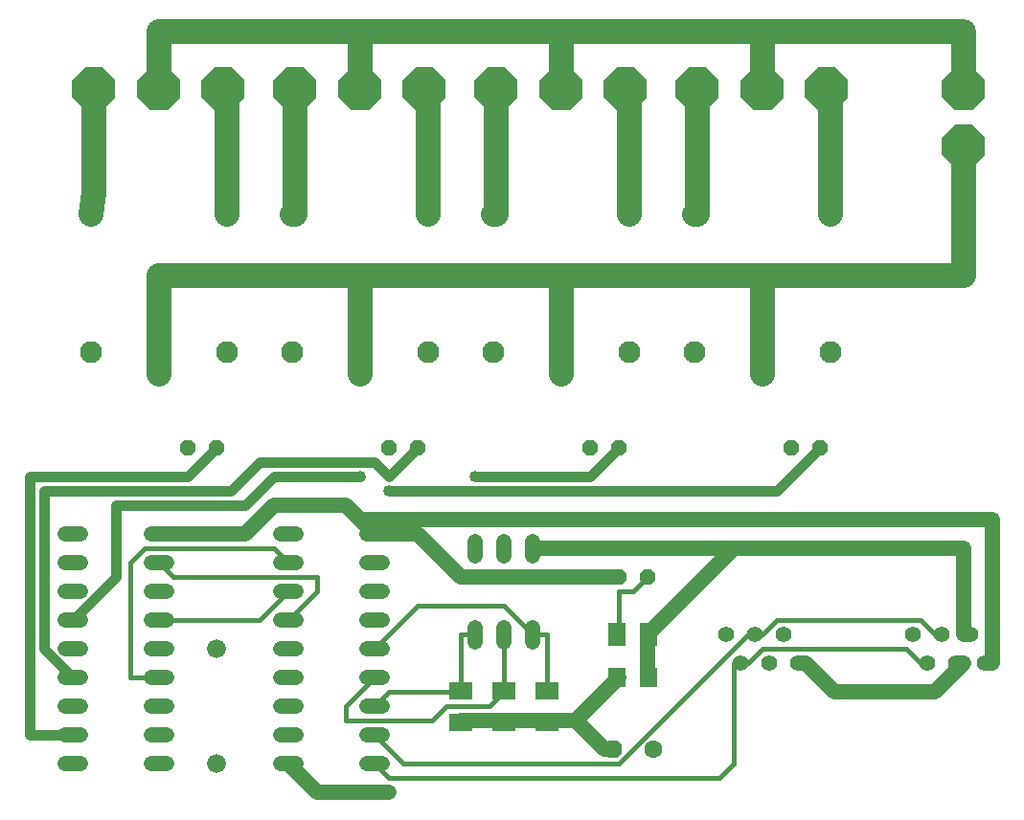
<source format=gbl>
G75*
G70*
%OFA0B0*%
%FSLAX24Y24*%
%IPPOS*%
%LPD*%
%AMOC8*
5,1,8,0,0,1.08239X$1,22.5*
%
%ADD10OC8,0.0520*%
%ADD11C,0.0554*%
%ADD12C,0.0520*%
%ADD13C,0.0660*%
%ADD14R,0.0630X0.0787*%
%ADD15R,0.0787X0.0630*%
%ADD16R,0.0630X0.0709*%
%ADD17OC8,0.0630*%
%ADD18C,0.0630*%
%ADD19C,0.0768*%
%ADD20OC8,0.1500*%
%ADD21C,0.0540*%
%ADD22C,0.0400*%
%ADD23C,0.0360*%
%ADD24C,0.0180*%
%ADD25C,0.0860*%
D10*
X009600Y013204D03*
X010600Y013204D03*
X016600Y013204D03*
X017600Y013204D03*
X023600Y013204D03*
X024600Y013204D03*
X024600Y008704D03*
X025600Y008704D03*
X030600Y013204D03*
X031600Y013204D03*
D11*
X030350Y006704D03*
X029350Y006704D03*
X028350Y006704D03*
X028850Y005704D03*
X029850Y005704D03*
X030850Y005704D03*
X034850Y006704D03*
X035850Y006704D03*
X036850Y006704D03*
X036350Y005704D03*
X037350Y005704D03*
X035350Y005704D03*
D12*
X021600Y006444D02*
X021600Y006964D01*
X020600Y006964D02*
X020600Y006444D01*
X019600Y006444D02*
X019600Y006964D01*
X019600Y009444D02*
X019600Y009964D01*
X020600Y009964D02*
X020600Y009444D01*
X021600Y009444D02*
X021600Y009964D01*
X016360Y010204D02*
X015840Y010204D01*
X015840Y009204D02*
X016360Y009204D01*
X016360Y008204D02*
X015840Y008204D01*
X015840Y007204D02*
X016360Y007204D01*
X016360Y006204D02*
X015840Y006204D01*
X015840Y005204D02*
X016360Y005204D01*
X016360Y004204D02*
X015840Y004204D01*
X015840Y003204D02*
X016360Y003204D01*
X016360Y002204D02*
X015840Y002204D01*
X013360Y002204D02*
X012840Y002204D01*
X012840Y003204D02*
X013360Y003204D01*
X013360Y004204D02*
X012840Y004204D01*
X012840Y005204D02*
X013360Y005204D01*
X013360Y006204D02*
X012840Y006204D01*
X012840Y007204D02*
X013360Y007204D01*
X013360Y008204D02*
X012840Y008204D01*
X012840Y009204D02*
X013360Y009204D01*
X013360Y010204D02*
X012840Y010204D01*
X008860Y010204D02*
X008340Y010204D01*
X008340Y009204D02*
X008860Y009204D01*
X008860Y008204D02*
X008340Y008204D01*
X008340Y007204D02*
X008860Y007204D01*
X008860Y006204D02*
X008340Y006204D01*
X008340Y005204D02*
X008860Y005204D01*
X008860Y004204D02*
X008340Y004204D01*
X008340Y003204D02*
X008860Y003204D01*
X008860Y002204D02*
X008340Y002204D01*
X005860Y002204D02*
X005340Y002204D01*
X005340Y003204D02*
X005860Y003204D01*
X005860Y004204D02*
X005340Y004204D01*
X005340Y005204D02*
X005860Y005204D01*
X005860Y006204D02*
X005340Y006204D01*
X005340Y007204D02*
X005860Y007204D01*
X005860Y008204D02*
X005340Y008204D01*
X005340Y009204D02*
X005860Y009204D01*
X005860Y010204D02*
X005340Y010204D01*
D13*
X010600Y006204D03*
X010600Y002204D03*
D14*
X024549Y006704D03*
X025651Y006704D03*
D15*
X022100Y004755D03*
X022100Y003653D03*
X020600Y003653D03*
X020600Y004755D03*
X019100Y004755D03*
X019100Y003653D03*
D16*
X024549Y005204D03*
X025651Y005204D03*
D17*
X024400Y002704D03*
D18*
X025800Y002704D03*
D19*
X022600Y015779D03*
X024962Y016566D03*
X027238Y016566D03*
X029600Y015779D03*
X031962Y016566D03*
X031962Y021369D03*
X027238Y021369D03*
X024962Y021369D03*
X020238Y021369D03*
X017962Y021369D03*
X013238Y021369D03*
X010962Y021369D03*
X006238Y021369D03*
X006238Y016566D03*
X008600Y015779D03*
X010962Y016566D03*
X013238Y016566D03*
X015600Y015779D03*
X017962Y016566D03*
X020238Y016566D03*
D20*
X020350Y025704D03*
X022600Y025704D03*
X024850Y025704D03*
X027350Y025704D03*
X029600Y025704D03*
X031850Y025704D03*
X036600Y025704D03*
X036600Y023704D03*
X017850Y025704D03*
X015600Y025704D03*
X013350Y025704D03*
X010850Y025704D03*
X008600Y025704D03*
X006350Y025704D03*
D21*
X012600Y011204D02*
X015100Y011204D01*
X015600Y010704D01*
X037600Y010704D01*
X037600Y005704D01*
X037350Y005704D01*
X036600Y005704D02*
X036350Y005704D01*
X036600Y005704D02*
X035600Y004704D01*
X032100Y004704D01*
X031100Y005704D01*
X030850Y005704D01*
X028600Y009704D02*
X025600Y006704D01*
X025651Y006704D01*
X025600Y006704D02*
X025600Y005204D01*
X025651Y005204D01*
X024600Y005204D02*
X024549Y005204D01*
X024600Y005204D02*
X023100Y003704D01*
X024100Y002704D01*
X024400Y002704D01*
X023100Y003704D02*
X022100Y003704D01*
X022100Y003653D01*
X022100Y003704D02*
X020600Y003704D01*
X020600Y003653D01*
X020600Y003704D02*
X019100Y003704D01*
X019100Y003653D01*
X016600Y001204D02*
X014100Y001204D01*
X013100Y002204D01*
X019100Y008704D02*
X024600Y008704D01*
X021600Y009704D02*
X028600Y009704D01*
X036600Y009704D01*
X036600Y006704D01*
X036850Y006704D01*
X019100Y008704D02*
X017600Y010204D01*
X016100Y010204D01*
X015600Y010704D01*
X012600Y011204D02*
X011600Y010204D01*
X008600Y010204D01*
D22*
X015600Y012204D03*
X016600Y011704D03*
X019600Y012204D03*
X016600Y001204D03*
D23*
X005600Y003204D02*
X004100Y003204D01*
X004100Y012204D01*
X009600Y012204D01*
X010600Y013204D01*
X012100Y012704D02*
X016100Y012704D01*
X016600Y012204D01*
X017600Y013204D01*
X016600Y011704D02*
X030100Y011704D01*
X031600Y013204D01*
X024600Y013204D02*
X023600Y012204D01*
X019600Y012204D01*
X015600Y012204D02*
X012600Y012204D01*
X011600Y011204D01*
X007100Y011204D01*
X007100Y008704D01*
X005600Y007204D01*
X004600Y006204D02*
X004600Y011704D01*
X011100Y011704D01*
X012100Y012704D01*
X004600Y006204D02*
X005600Y005204D01*
D24*
X007600Y005204D02*
X008600Y005204D01*
X007600Y005204D02*
X007600Y009204D01*
X008100Y009704D01*
X012600Y009704D01*
X013100Y009204D01*
X014100Y008704D02*
X009100Y008704D01*
X008600Y009204D01*
X008600Y007204D02*
X012100Y007204D01*
X013100Y008204D01*
X014100Y008204D02*
X014100Y008704D01*
X014100Y008204D02*
X013100Y007204D01*
X016100Y006204D02*
X017600Y007704D01*
X020600Y007704D01*
X021600Y006704D01*
X022100Y006704D01*
X022100Y004755D01*
X022100Y004704D01*
X020600Y004704D02*
X020600Y004755D01*
X020600Y006704D01*
X019600Y006704D02*
X019100Y006704D01*
X019100Y004755D01*
X019100Y004704D01*
X016600Y004704D01*
X016100Y004204D01*
X015100Y004204D02*
X016100Y005204D01*
X015100Y004204D02*
X015100Y003704D01*
X018100Y003704D01*
X018600Y004204D01*
X020100Y004204D01*
X020600Y004704D01*
X017100Y002204D02*
X024600Y002204D01*
X029100Y006704D01*
X029350Y006704D01*
X029600Y006704D01*
X030100Y007204D01*
X035100Y007204D01*
X035600Y006704D01*
X035850Y006704D01*
X035350Y005704D02*
X035100Y005704D01*
X034600Y006204D01*
X029600Y006204D01*
X029100Y005704D01*
X028850Y005704D01*
X028600Y005704D01*
X028600Y002204D01*
X028100Y001704D01*
X016600Y001704D01*
X016100Y002204D01*
X017100Y002204D02*
X016100Y003204D01*
X024549Y006704D02*
X024600Y006704D01*
X024600Y008204D01*
X025100Y008204D01*
X025600Y008704D01*
D25*
X022600Y015779D02*
X022600Y019204D01*
X015600Y019204D01*
X008600Y019204D01*
X008600Y015779D01*
X015600Y015779D02*
X015600Y019204D01*
X013350Y021369D02*
X013238Y021369D01*
X013350Y021369D02*
X013350Y025704D01*
X015600Y025704D02*
X015600Y027704D01*
X008600Y027704D01*
X008600Y025704D01*
X006350Y025704D02*
X006350Y022119D01*
X006238Y021369D01*
X010962Y021369D02*
X010962Y025704D01*
X010850Y025704D01*
X015600Y027704D02*
X022600Y027704D01*
X022600Y025704D01*
X024850Y025704D02*
X024962Y025704D01*
X024962Y021369D01*
X027238Y021369D02*
X027350Y021369D01*
X027350Y025704D01*
X029600Y025704D02*
X029600Y027704D01*
X022600Y027704D01*
X020350Y025704D02*
X020350Y021369D01*
X020238Y021369D01*
X017962Y021369D02*
X017962Y025704D01*
X017850Y025704D01*
X022600Y019204D02*
X029600Y019204D01*
X029600Y015779D01*
X029600Y019204D02*
X036600Y019204D01*
X036600Y023704D01*
X036600Y025704D02*
X036600Y027704D01*
X029600Y027704D01*
X031850Y025704D02*
X031962Y025704D01*
X031962Y021369D01*
M02*

</source>
